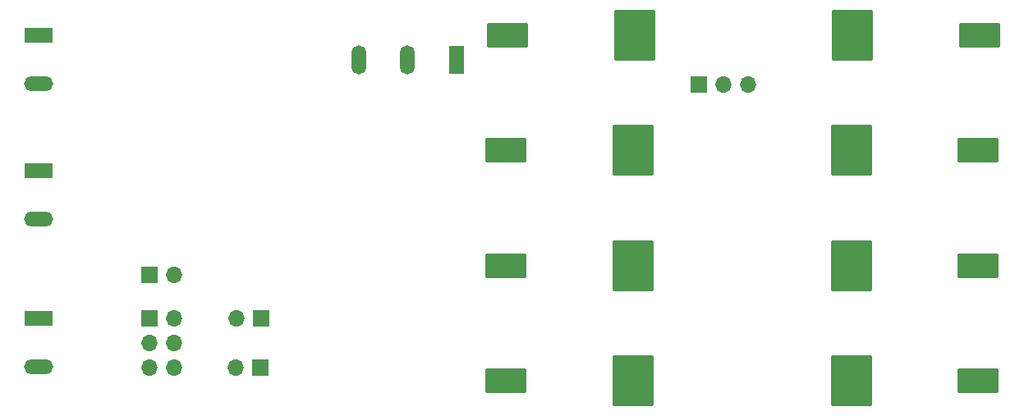
<source format=gbs>
G04 #@! TF.GenerationSoftware,KiCad,Pcbnew,7.0.7*
G04 #@! TF.CreationDate,2023-10-16T08:59:35-07:00*
G04 #@! TF.ProjectId,Soil Power Sensor,536f696c-2050-46f7-9765-722053656e73,2.1.0*
G04 #@! TF.SameCoordinates,Original*
G04 #@! TF.FileFunction,Soldermask,Bot*
G04 #@! TF.FilePolarity,Negative*
%FSLAX46Y46*%
G04 Gerber Fmt 4.6, Leading zero omitted, Abs format (unit mm)*
G04 Created by KiCad (PCBNEW 7.0.7) date 2023-10-16 08:59:35*
%MOMM*%
%LPD*%
G01*
G04 APERTURE LIST*
G04 Aperture macros list*
%AMRoundRect*
0 Rectangle with rounded corners*
0 $1 Rounding radius*
0 $2 $3 $4 $5 $6 $7 $8 $9 X,Y pos of 4 corners*
0 Add a 4 corners polygon primitive as box body*
4,1,4,$2,$3,$4,$5,$6,$7,$8,$9,$2,$3,0*
0 Add four circle primitives for the rounded corners*
1,1,$1+$1,$2,$3*
1,1,$1+$1,$4,$5*
1,1,$1+$1,$6,$7*
1,1,$1+$1,$8,$9*
0 Add four rect primitives between the rounded corners*
20,1,$1+$1,$2,$3,$4,$5,0*
20,1,$1+$1,$4,$5,$6,$7,0*
20,1,$1+$1,$6,$7,$8,$9,0*
20,1,$1+$1,$8,$9,$2,$3,0*%
G04 Aperture macros list end*
%ADD10R,3.000000X1.500000*%
%ADD11O,3.000000X1.500000*%
%ADD12R,1.700000X1.700000*%
%ADD13O,1.700000X1.700000*%
%ADD14R,1.500000X3.000000*%
%ADD15O,1.500000X3.000000*%
%ADD16RoundRect,0.101600X1.981200X1.168400X-1.981200X1.168400X-1.981200X-1.168400X1.981200X-1.168400X0*%
%ADD17RoundRect,0.101600X1.981200X2.540000X-1.981200X2.540000X-1.981200X-2.540000X1.981200X-2.540000X0*%
%ADD18RoundRect,0.101600X-1.981200X-1.168400X1.981200X-1.168400X1.981200X1.168400X-1.981200X1.168400X0*%
%ADD19RoundRect,0.101600X-1.981200X-2.540000X1.981200X-2.540000X1.981200X2.540000X-1.981200X2.540000X0*%
G04 APERTURE END LIST*
D10*
X134620000Y-82550000D03*
D11*
X134620000Y-87550000D03*
D12*
X157480000Y-87630000D03*
D13*
X154940000Y-87630000D03*
D12*
X157540000Y-82550000D03*
D13*
X155000000Y-82550000D03*
D10*
X134620000Y-53340000D03*
D11*
X134620000Y-58340000D03*
D12*
X146000000Y-78000000D03*
D13*
X148540000Y-78000000D03*
D14*
X177640000Y-55880000D03*
D15*
X172640000Y-55880000D03*
X167640000Y-55880000D03*
D10*
X134620000Y-67310000D03*
D11*
X134620000Y-72310000D03*
D12*
X202692000Y-58420000D03*
D13*
X205232000Y-58420000D03*
X207772000Y-58420000D03*
D12*
X146045000Y-82565000D03*
D13*
X148585000Y-82565000D03*
X146045000Y-85105000D03*
X148585000Y-85105000D03*
X146045000Y-87645000D03*
X148585000Y-87645000D03*
D16*
X231444800Y-77068860D03*
D17*
X218363800Y-77068860D03*
X195859400Y-77068860D03*
D16*
X182778400Y-77068860D03*
X231597669Y-53327873D03*
D17*
X218516669Y-53327873D03*
X196012269Y-53327873D03*
D16*
X182931269Y-53327873D03*
D18*
X182790882Y-88939353D03*
D19*
X195871882Y-88939353D03*
X218376282Y-88939353D03*
D18*
X231457282Y-88939353D03*
X182778400Y-65198367D03*
D19*
X195859400Y-65198367D03*
X218363800Y-65198367D03*
D18*
X231444800Y-65198367D03*
M02*

</source>
